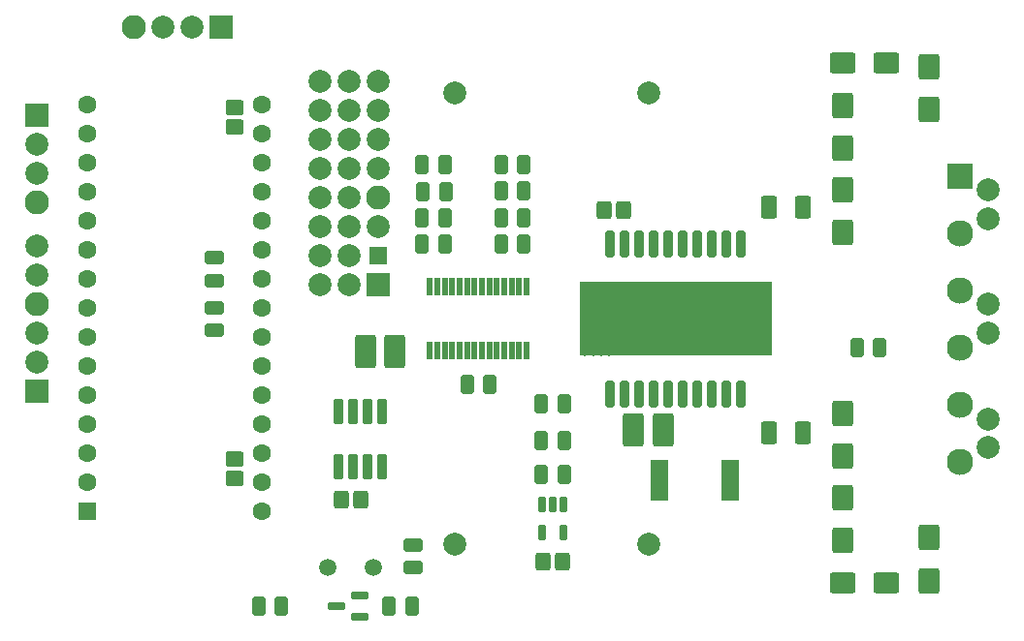
<source format=gbs>
G04 Layer_Color=16711935*
%FSLAX43Y43*%
%MOMM*%
G71*
G01*
G75*
%ADD26C,1.500*%
%ADD62C,2.300*%
%ADD63R,2.300X2.300*%
%ADD64C,0.100*%
%ADD65C,2.000*%
%ADD66C,2.103*%
%ADD67R,2.000X2.000*%
%ADD68R,2.000X2.000*%
%ADD69R,1.500X1.500*%
%ADD70C,1.600*%
%ADD71R,1.500X1.500*%
%ADD72C,0.800*%
G04:AMPARAMS|DCode=73|XSize=1.38mm|YSize=1.97mm|CornerRadius=0.21mm|HoleSize=0mm|Usage=FLASHONLY|Rotation=180.000|XOffset=0mm|YOffset=0mm|HoleType=Round|Shape=RoundedRectangle|*
%AMROUNDEDRECTD73*
21,1,1.380,1.550,0,0,180.0*
21,1,0.960,1.970,0,0,180.0*
1,1,0.420,-0.480,0.775*
1,1,0.420,0.480,0.775*
1,1,0.420,0.480,-0.775*
1,1,0.420,-0.480,-0.775*
%
%ADD73ROUNDEDRECTD73*%
G04:AMPARAMS|DCode=74|XSize=1.84mm|YSize=2.27mm|CornerRadius=0.268mm|HoleSize=0mm|Usage=FLASHONLY|Rotation=180.000|XOffset=0mm|YOffset=0mm|HoleType=Round|Shape=RoundedRectangle|*
%AMROUNDEDRECTD74*
21,1,1.840,1.735,0,0,180.0*
21,1,1.305,2.270,0,0,180.0*
1,1,0.535,-0.652,0.868*
1,1,0.535,0.652,0.868*
1,1,0.535,0.652,-0.868*
1,1,0.535,-0.652,-0.868*
%
%ADD74ROUNDEDRECTD74*%
G04:AMPARAMS|DCode=75|XSize=1.84mm|YSize=2.27mm|CornerRadius=0.268mm|HoleSize=0mm|Usage=FLASHONLY|Rotation=270.000|XOffset=0mm|YOffset=0mm|HoleType=Round|Shape=RoundedRectangle|*
%AMROUNDEDRECTD75*
21,1,1.840,1.735,0,0,270.0*
21,1,1.305,2.270,0,0,270.0*
1,1,0.535,-0.868,-0.652*
1,1,0.535,-0.868,0.652*
1,1,0.535,0.868,0.652*
1,1,0.535,0.868,-0.652*
%
%ADD75ROUNDEDRECTD75*%
G04:AMPARAMS|DCode=76|XSize=0.78mm|YSize=2.27mm|CornerRadius=0.135mm|HoleSize=0mm|Usage=FLASHONLY|Rotation=180.000|XOffset=0mm|YOffset=0mm|HoleType=Round|Shape=RoundedRectangle|*
%AMROUNDEDRECTD76*
21,1,0.780,2.000,0,0,180.0*
21,1,0.510,2.270,0,0,180.0*
1,1,0.270,-0.255,1.000*
1,1,0.270,0.255,1.000*
1,1,0.270,0.255,-1.000*
1,1,0.270,-0.255,-1.000*
%
%ADD76ROUNDEDRECTD76*%
G04:AMPARAMS|DCode=77|XSize=1.31mm|YSize=1.56mm|CornerRadius=0.201mm|HoleSize=0mm|Usage=FLASHONLY|Rotation=90.000|XOffset=0mm|YOffset=0mm|HoleType=Round|Shape=RoundedRectangle|*
%AMROUNDEDRECTD77*
21,1,1.310,1.157,0,0,90.0*
21,1,0.907,1.560,0,0,90.0*
1,1,0.403,0.579,0.454*
1,1,0.403,0.579,-0.454*
1,1,0.403,-0.579,-0.454*
1,1,0.403,-0.579,0.454*
%
%ADD77ROUNDEDRECTD77*%
G04:AMPARAMS|DCode=78|XSize=1.31mm|YSize=1.56mm|CornerRadius=0.201mm|HoleSize=0mm|Usage=FLASHONLY|Rotation=0.000|XOffset=0mm|YOffset=0mm|HoleType=Round|Shape=RoundedRectangle|*
%AMROUNDEDRECTD78*
21,1,1.310,1.157,0,0,0.0*
21,1,0.907,1.560,0,0,0.0*
1,1,0.403,0.454,-0.579*
1,1,0.403,-0.454,-0.579*
1,1,0.403,-0.454,0.579*
1,1,0.403,0.454,0.579*
%
%ADD78ROUNDEDRECTD78*%
G04:AMPARAMS|DCode=79|XSize=1.86mm|YSize=2.92mm|CornerRadius=0.27mm|HoleSize=0mm|Usage=FLASHONLY|Rotation=0.000|XOffset=0mm|YOffset=0mm|HoleType=Round|Shape=RoundedRectangle|*
%AMROUNDEDRECTD79*
21,1,1.860,2.380,0,0,0.0*
21,1,1.320,2.920,0,0,0.0*
1,1,0.540,0.660,-1.190*
1,1,0.540,-0.660,-1.190*
1,1,0.540,-0.660,1.190*
1,1,0.540,0.660,1.190*
%
%ADD79ROUNDEDRECTD79*%
G04:AMPARAMS|DCode=80|XSize=1.63mm|YSize=1.12mm|CornerRadius=0.177mm|HoleSize=0mm|Usage=FLASHONLY|Rotation=90.000|XOffset=0mm|YOffset=0mm|HoleType=Round|Shape=RoundedRectangle|*
%AMROUNDEDRECTD80*
21,1,1.630,0.765,0,0,90.0*
21,1,1.275,1.120,0,0,90.0*
1,1,0.355,0.383,0.637*
1,1,0.355,0.383,-0.637*
1,1,0.355,-0.383,-0.637*
1,1,0.355,-0.383,0.637*
%
%ADD80ROUNDEDRECTD80*%
G04:AMPARAMS|DCode=81|XSize=1.63mm|YSize=1.12mm|CornerRadius=0.177mm|HoleSize=0mm|Usage=FLASHONLY|Rotation=0.000|XOffset=0mm|YOffset=0mm|HoleType=Round|Shape=RoundedRectangle|*
%AMROUNDEDRECTD81*
21,1,1.630,0.765,0,0,0.0*
21,1,1.275,1.120,0,0,0.0*
1,1,0.355,0.637,-0.383*
1,1,0.355,-0.637,-0.383*
1,1,0.355,-0.637,0.383*
1,1,0.355,0.637,0.383*
%
%ADD81ROUNDEDRECTD81*%
%ADD82R,1.550X3.530*%
G04:AMPARAMS|DCode=83|XSize=0.71mm|YSize=1.36mm|CornerRadius=0.126mm|HoleSize=0mm|Usage=FLASHONLY|Rotation=180.000|XOffset=0mm|YOffset=0mm|HoleType=Round|Shape=RoundedRectangle|*
%AMROUNDEDRECTD83*
21,1,0.710,1.107,0,0,180.0*
21,1,0.458,1.360,0,0,180.0*
1,1,0.253,-0.229,0.554*
1,1,0.253,0.229,0.554*
1,1,0.253,0.229,-0.554*
1,1,0.253,-0.229,-0.554*
%
%ADD83ROUNDEDRECTD83*%
G04:AMPARAMS|DCode=84|XSize=1.57mm|YSize=0.51mm|CornerRadius=0.101mm|HoleSize=0mm|Usage=FLASHONLY|Rotation=270.000|XOffset=0mm|YOffset=0mm|HoleType=Round|Shape=RoundedRectangle|*
%AMROUNDEDRECTD84*
21,1,1.570,0.307,0,0,270.0*
21,1,1.367,0.510,0,0,270.0*
1,1,0.203,-0.154,-0.684*
1,1,0.203,-0.154,0.684*
1,1,0.203,0.154,0.684*
1,1,0.203,0.154,-0.684*
%
%ADD84ROUNDEDRECTD84*%
%ADD85R,16.750X6.450*%
G04:AMPARAMS|DCode=86|XSize=0.81mm|YSize=2.29mm|CornerRadius=0.139mm|HoleSize=0mm|Usage=FLASHONLY|Rotation=0.000|XOffset=0mm|YOffset=0mm|HoleType=Round|Shape=RoundedRectangle|*
%AMROUNDEDRECTD86*
21,1,0.810,2.013,0,0,0.0*
21,1,0.532,2.290,0,0,0.0*
1,1,0.278,0.266,-1.006*
1,1,0.278,-0.266,-1.006*
1,1,0.278,-0.266,1.006*
1,1,0.278,0.266,1.006*
%
%ADD86ROUNDEDRECTD86*%
G04:AMPARAMS|DCode=87|XSize=0.71mm|YSize=1.45mm|CornerRadius=0.126mm|HoleSize=0mm|Usage=FLASHONLY|Rotation=90.000|XOffset=0mm|YOffset=0mm|HoleType=Round|Shape=RoundedRectangle|*
%AMROUNDEDRECTD87*
21,1,0.710,1.198,0,0,90.0*
21,1,0.458,1.450,0,0,90.0*
1,1,0.253,0.599,0.229*
1,1,0.253,0.599,-0.229*
1,1,0.253,-0.599,-0.229*
1,1,0.253,-0.599,0.229*
%
%ADD87ROUNDEDRECTD87*%
D26*
X32267Y6264D02*
D03*
X28267D02*
D03*
D62*
X83543Y15500D02*
D03*
Y25500D02*
D03*
X83543Y35500D02*
D03*
X83543Y30500D02*
D03*
X83543Y20500D02*
D03*
D63*
X83543Y40500D02*
D03*
D64*
X61500Y3500D02*
D03*
Y52500D02*
D03*
X3500D02*
D03*
Y3500D02*
D03*
D65*
X85943Y36750D02*
D03*
Y39250D02*
D03*
Y16750D02*
D03*
Y19250D02*
D03*
Y26750D02*
D03*
Y29250D02*
D03*
X16447Y53464D02*
D03*
X13907D02*
D03*
X2867Y43244D02*
D03*
Y40704D02*
D03*
X2867Y31815D02*
D03*
Y24195D02*
D03*
Y26735D02*
D03*
Y34355D02*
D03*
X39367Y8250D02*
D03*
X56367D02*
D03*
X39367Y47750D02*
D03*
X56367D02*
D03*
X32667Y36044D02*
D03*
X30127Y38584D02*
D03*
Y36044D02*
D03*
Y33504D02*
D03*
Y30964D02*
D03*
X27587D02*
D03*
Y33504D02*
D03*
Y36044D02*
D03*
Y38584D02*
D03*
Y46204D02*
D03*
Y48744D02*
D03*
Y43664D02*
D03*
Y41124D02*
D03*
X30127D02*
D03*
Y43664D02*
D03*
Y48744D02*
D03*
Y46204D02*
D03*
X32667D02*
D03*
Y48744D02*
D03*
Y43664D02*
D03*
Y41124D02*
D03*
D66*
X11367Y53464D02*
D03*
X2867Y38164D02*
D03*
X2867Y29275D02*
D03*
X32667Y38584D02*
D03*
D67*
X18987Y53464D02*
D03*
D68*
X2867Y45784D02*
D03*
X2867Y21655D02*
D03*
X32667Y30964D02*
D03*
D69*
X7342Y11125D02*
D03*
D70*
Y13665D02*
D03*
Y16205D02*
D03*
Y18745D02*
D03*
Y21285D02*
D03*
Y28905D02*
D03*
Y26365D02*
D03*
Y23825D02*
D03*
Y36525D02*
D03*
Y33985D02*
D03*
Y31445D02*
D03*
Y44145D02*
D03*
Y41605D02*
D03*
Y39065D02*
D03*
Y46685D02*
D03*
X22582Y11125D02*
D03*
Y46685D02*
D03*
Y39065D02*
D03*
Y41605D02*
D03*
Y44145D02*
D03*
Y31445D02*
D03*
Y33985D02*
D03*
Y36525D02*
D03*
Y23825D02*
D03*
Y26365D02*
D03*
Y28905D02*
D03*
Y21285D02*
D03*
Y18745D02*
D03*
Y16205D02*
D03*
Y13665D02*
D03*
D71*
X32667Y33504D02*
D03*
D72*
X52867Y28664D02*
D03*
Y27964D02*
D03*
Y27264D02*
D03*
Y26564D02*
D03*
Y25864D02*
D03*
Y25164D02*
D03*
Y29364D02*
D03*
Y30064D02*
D03*
Y30764D02*
D03*
X51467Y30764D02*
D03*
X50767Y30764D02*
D03*
X52167Y30764D02*
D03*
X51467Y30064D02*
D03*
X50767Y30064D02*
D03*
X52167Y30064D02*
D03*
X51467Y29364D02*
D03*
X50767Y29364D02*
D03*
X52167Y29364D02*
D03*
X51467Y25164D02*
D03*
X50767Y25164D02*
D03*
X51467Y25864D02*
D03*
X50767Y25864D02*
D03*
X52167Y25864D02*
D03*
Y25164D02*
D03*
Y26564D02*
D03*
X50767Y26564D02*
D03*
X51467Y26564D02*
D03*
X52167Y27264D02*
D03*
X50767Y27264D02*
D03*
X51467Y27264D02*
D03*
X52167Y27964D02*
D03*
X50767Y27964D02*
D03*
X51467Y27964D02*
D03*
X52167Y28664D02*
D03*
X50767Y28664D02*
D03*
X51467Y28664D02*
D03*
D73*
X69795Y37740D02*
D03*
X66795D02*
D03*
X69795Y18040D02*
D03*
X66795D02*
D03*
D74*
X73267Y35534D02*
D03*
Y39294D02*
D03*
X80767Y46284D02*
D03*
Y50044D02*
D03*
X73267Y42884D02*
D03*
Y46644D02*
D03*
X80767Y8844D02*
D03*
Y5084D02*
D03*
X73267Y19744D02*
D03*
Y15984D02*
D03*
Y12344D02*
D03*
Y8584D02*
D03*
D75*
X77047Y50364D02*
D03*
X73287D02*
D03*
X77047Y4864D02*
D03*
X73287D02*
D03*
D76*
X29262Y19894D02*
D03*
X30532D02*
D03*
X31802D02*
D03*
X33072D02*
D03*
X29262Y15034D02*
D03*
X30532D02*
D03*
X31802D02*
D03*
X33072D02*
D03*
D77*
X20217Y44819D02*
D03*
Y46509D02*
D03*
Y15739D02*
D03*
Y14049D02*
D03*
D78*
X52422Y37464D02*
D03*
X54112D02*
D03*
X48812Y6764D02*
D03*
X47122D02*
D03*
X31212Y12164D02*
D03*
X29522D02*
D03*
D79*
X31572Y25164D02*
D03*
X34162D02*
D03*
X54972Y18264D02*
D03*
X57562D02*
D03*
D80*
X40459Y22264D02*
D03*
X42474D02*
D03*
X35632Y2900D02*
D03*
X33618D02*
D03*
X22259Y2864D02*
D03*
X24274D02*
D03*
X46959Y14364D02*
D03*
X48974D02*
D03*
Y20564D02*
D03*
X46959D02*
D03*
Y17364D02*
D03*
X48974D02*
D03*
X36534Y36833D02*
D03*
X38549Y36833D02*
D03*
X43434Y34500D02*
D03*
X45449Y34500D02*
D03*
X43434Y36833D02*
D03*
X45449Y36833D02*
D03*
X36609Y39142D02*
D03*
X38624D02*
D03*
X36534Y41500D02*
D03*
X38549Y41500D02*
D03*
X43434Y39167D02*
D03*
X45449Y39167D02*
D03*
X43434Y41500D02*
D03*
X45449Y41500D02*
D03*
X36534Y34500D02*
D03*
X38549Y34500D02*
D03*
X74503Y25460D02*
D03*
X76518Y25460D02*
D03*
D81*
X18367Y28972D02*
D03*
Y26957D02*
D03*
Y31357D02*
D03*
Y33372D02*
D03*
X35725Y6218D02*
D03*
Y8233D02*
D03*
D82*
X63482Y13864D02*
D03*
X57252D02*
D03*
D83*
X47017Y11789D02*
D03*
X47967D02*
D03*
X48917D02*
D03*
Y9339D02*
D03*
X47017D02*
D03*
D84*
X45017Y25190D02*
D03*
X45667D02*
D03*
Y30810D02*
D03*
X43717Y25190D02*
D03*
X43067D02*
D03*
X42417D02*
D03*
X41767D02*
D03*
X44367D02*
D03*
X45017Y30810D02*
D03*
X44367D02*
D03*
X41767D02*
D03*
X42417D02*
D03*
X43067D02*
D03*
X43717D02*
D03*
X39817Y25190D02*
D03*
X39167D02*
D03*
X39817Y30810D02*
D03*
X39167D02*
D03*
X38517Y25190D02*
D03*
X37867D02*
D03*
X37217D02*
D03*
X40467D02*
D03*
X38517Y30810D02*
D03*
X37867D02*
D03*
X37217D02*
D03*
X40467D02*
D03*
X41117D02*
D03*
X41117Y25190D02*
D03*
D85*
X58667Y28000D02*
D03*
D86*
X64382Y21450D02*
D03*
X63112D02*
D03*
X61842D02*
D03*
X60572D02*
D03*
X59302D02*
D03*
X58032D02*
D03*
X56762D02*
D03*
X55492D02*
D03*
X54222D02*
D03*
X52952D02*
D03*
X64382Y34550D02*
D03*
X63112D02*
D03*
X61842D02*
D03*
X60572D02*
D03*
X59302D02*
D03*
X58032D02*
D03*
X56762D02*
D03*
X55492D02*
D03*
X54222D02*
D03*
X52952D02*
D03*
D87*
X29067Y2864D02*
D03*
X31067Y1914D02*
D03*
Y3814D02*
D03*
M02*

</source>
